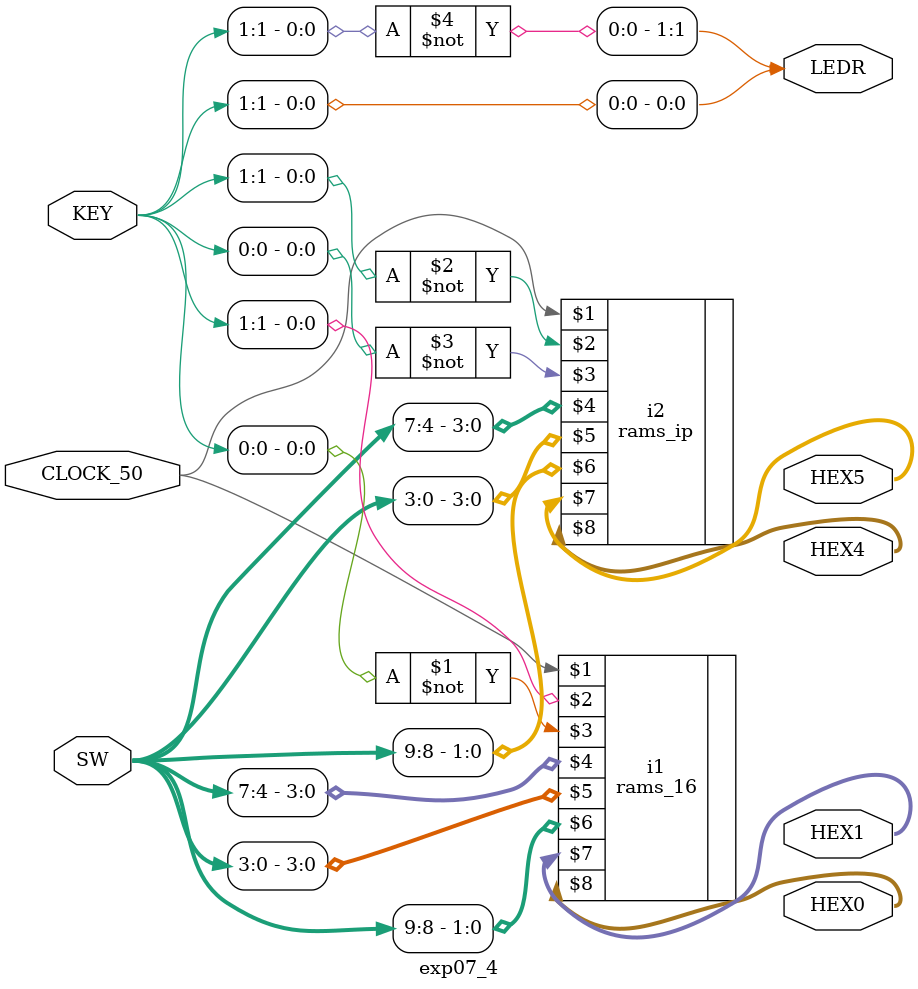
<source format=v>


module exp07_4(

	//////////// CLOCK //////////
	input 		          		CLOCK_50,

	//////////// KEY //////////
	input 		     [1:0]		KEY,

	//////////// SW //////////
	input 		     [9:0]		SW,

	//////////// LED //////////
	output		     [1:0]		LEDR,

	//////////// Seg7 //////////
	output		     [6:0]		HEX0,
	output		     [6:0]		HEX1,
	output		     [6:0]		HEX4,
	output		     [6:0]		HEX5
);



//=======================================================
//  REG/WIRE declarations
//=======================================================

	/*wire [6:0] out1_h, out1_l, out2_h, out2_l;*/
	
//=======================================================
//  Structural coding
//=======================================================

	rams_16 i1(CLOCK_50, KEY[1], ~KEY[0], SW[7:4], SW[3:0], SW[9:8], HEX1, HEX0);
	rams_ip i2(CLOCK_50, ~KEY[1], ~KEY[0], SW[7:4], SW[3:0], SW[9:8], HEX5, HEX4);
	
	assign LEDR = {~KEY[1], KEY[1]};
	
	/*
	assign HEX0 = out1_l;
	assign HEX1 = out1_h;
	assign HEX4 = out2_l;
	assign HEX5 = out2_h;
	*/
	/*
	always @ (posedge CLOCK_50) begin
		if (SW[9] == 0) begin
			LEDR[0] <= 1;
			LEDR[1] <= 0;
			HEX1 <= out1_h;
			HEX0 <= out1_l;
		end 
		else begin
			LEDR[0] <= 0;
			LEDR[1] <= 1;
			HEX5 <= out2_h;
			HEX4 <= out2_l;
		end
	end*/	

endmodule

</source>
